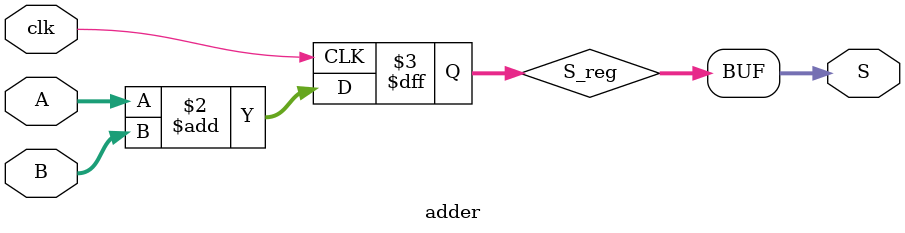
<source format=v>
module adder (
  // Outputs
  S,
  // Inputs
  A, B, clk
  );
  
  input [7:0] A, B;
  input clk;
  output [7:0] S;
  
  
  
  
  
  reg [7:0] S_reg;
  

  always @(posedge clk) begin
    S_reg <= A + B;
  end
  
  assign S = S_reg;
  
endmodule
</source>
